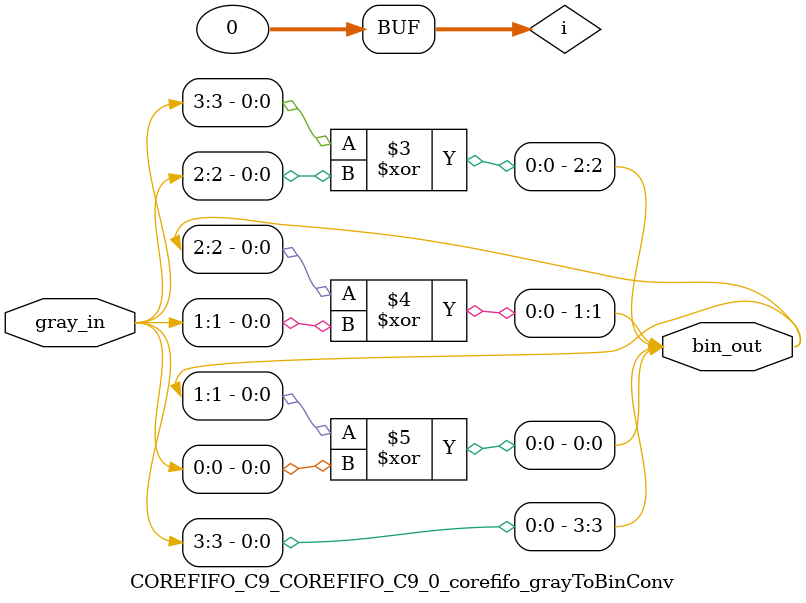
<source format=v>

`timescale 1ns / 100ps

module COREFIFO_C9_COREFIFO_C9_0_corefifo_grayToBinConv(
                                         gray_in,
                                         bin_out
                                        );

   // --------------------------------------------------------------------------
   // Parameter Declaration
   // --------------------------------------------------------------------------
   parameter ADDRWIDTH  = 3;
  // parameter SYNC_RESET = 0;   

   // --------------------------------------------------------------------------
   // I/O Declaration
   // --------------------------------------------------------------------------

   //--------
   // Inputs
   //--------
   input [ADDRWIDTH:0]    gray_in;

   //---------
   // Outputs
   //---------
   output [ADDRWIDTH:0] bin_out;

   // --------------------------------------------------------------------------
   // Internal signals
   // --------------------------------------------------------------------------
   reg [ADDRWIDTH:0]      bin_out;   
   integer                i;
   

   // --------------------------------------------------------------------------
   //                               Start - of - Code
   // --------------------------------------------------------------------------


   // --------------------------------------------------------------------------
   // Logic to Convert the Gray code to Binary
   // --------------------------------------------------------------------------
   always @(*) begin

      bin_out[ADDRWIDTH]  = gray_in[ADDRWIDTH];      

      for(i=ADDRWIDTH;i>0;i = i-1) begin
         bin_out[i-1]     = (bin_out[i] ^ gray_in[i-1]);
      end

   end

endmodule // corefifo_grayToBinConv

// --------------------------------------------------------------------------
//                             End - of - Code
// --------------------------------------------------------------------------

</source>
